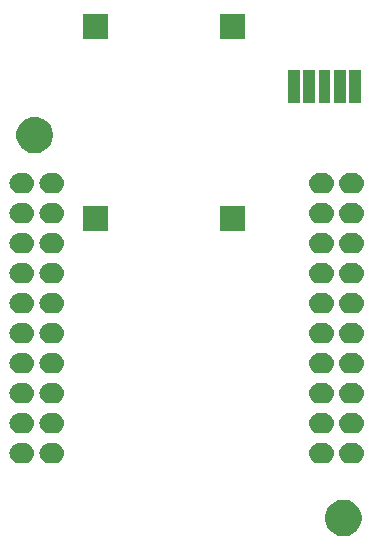
<source format=gbr>
G04 #@! TF.GenerationSoftware,KiCad,Pcbnew,5.1.5*
G04 #@! TF.CreationDate,2020-01-04T22:35:37-05:00*
G04 #@! TF.ProjectId,canairio_hw_pms,63616e61-6972-4696-9f5f-68775f706d73,rev?*
G04 #@! TF.SameCoordinates,PX4c1a6c0PY7ce98a0*
G04 #@! TF.FileFunction,Soldermask,Top*
G04 #@! TF.FilePolarity,Negative*
%FSLAX46Y46*%
G04 Gerber Fmt 4.6, Leading zero omitted, Abs format (unit mm)*
G04 Created by KiCad (PCBNEW 5.1.5) date 2020-01-04 22:35:37*
%MOMM*%
%LPD*%
G04 APERTURE LIST*
%ADD10C,0.100000*%
G04 APERTURE END LIST*
D10*
G36*
X32903785Y7301298D02*
G01*
X33053610Y7271496D01*
X33335874Y7154579D01*
X33589905Y6984841D01*
X33805941Y6768805D01*
X33975679Y6514774D01*
X34092596Y6232510D01*
X34152200Y5932860D01*
X34152200Y5627340D01*
X34092596Y5327690D01*
X33975679Y5045426D01*
X33805941Y4791395D01*
X33589905Y4575359D01*
X33335874Y4405621D01*
X33053610Y4288704D01*
X32903785Y4258902D01*
X32753961Y4229100D01*
X32448439Y4229100D01*
X32298615Y4258902D01*
X32148790Y4288704D01*
X31866526Y4405621D01*
X31612495Y4575359D01*
X31396459Y4791395D01*
X31226721Y5045426D01*
X31109804Y5327690D01*
X31050200Y5627340D01*
X31050200Y5932860D01*
X31109804Y6232510D01*
X31226721Y6514774D01*
X31396459Y6768805D01*
X31612495Y6984841D01*
X31866526Y7154579D01*
X32148790Y7271496D01*
X32298615Y7301298D01*
X32448439Y7331100D01*
X32753961Y7331100D01*
X32903785Y7301298D01*
G37*
G36*
X33584936Y12104593D02*
G01*
X33668343Y12096378D01*
X33828870Y12047682D01*
X33976813Y11968605D01*
X34010592Y11940883D01*
X34106486Y11862186D01*
X34185183Y11766292D01*
X34212905Y11732513D01*
X34291982Y11584570D01*
X34340678Y11424043D01*
X34357120Y11257100D01*
X34340678Y11090157D01*
X34291982Y10929630D01*
X34212905Y10781687D01*
X34185183Y10747908D01*
X34106486Y10652014D01*
X34010592Y10573317D01*
X33976813Y10545595D01*
X33828870Y10466518D01*
X33668343Y10417822D01*
X33584936Y10409607D01*
X33543233Y10405500D01*
X33079967Y10405500D01*
X33038264Y10409607D01*
X32954857Y10417822D01*
X32794330Y10466518D01*
X32646387Y10545595D01*
X32612608Y10573317D01*
X32516714Y10652014D01*
X32438017Y10747908D01*
X32410295Y10781687D01*
X32331218Y10929630D01*
X32282522Y11090157D01*
X32266080Y11257100D01*
X32282522Y11424043D01*
X32331218Y11584570D01*
X32410295Y11732513D01*
X32438017Y11766292D01*
X32516714Y11862186D01*
X32612608Y11940883D01*
X32646387Y11968605D01*
X32794330Y12047682D01*
X32954857Y12096378D01*
X33038264Y12104593D01*
X33079967Y12108700D01*
X33543233Y12108700D01*
X33584936Y12104593D01*
G37*
G36*
X31044936Y12104593D02*
G01*
X31128343Y12096378D01*
X31288870Y12047682D01*
X31436813Y11968605D01*
X31470592Y11940883D01*
X31566486Y11862186D01*
X31645183Y11766292D01*
X31672905Y11732513D01*
X31751982Y11584570D01*
X31800678Y11424043D01*
X31817120Y11257100D01*
X31800678Y11090157D01*
X31751982Y10929630D01*
X31672905Y10781687D01*
X31645183Y10747908D01*
X31566486Y10652014D01*
X31470592Y10573317D01*
X31436813Y10545595D01*
X31288870Y10466518D01*
X31128343Y10417822D01*
X31044936Y10409607D01*
X31003233Y10405500D01*
X30539967Y10405500D01*
X30498264Y10409607D01*
X30414857Y10417822D01*
X30254330Y10466518D01*
X30106387Y10545595D01*
X30072608Y10573317D01*
X29976714Y10652014D01*
X29898017Y10747908D01*
X29870295Y10781687D01*
X29791218Y10929630D01*
X29742522Y11090157D01*
X29726080Y11257100D01*
X29742522Y11424043D01*
X29791218Y11584570D01*
X29870295Y11732513D01*
X29898017Y11766292D01*
X29976714Y11862186D01*
X30072608Y11940883D01*
X30106387Y11968605D01*
X30254330Y12047682D01*
X30414857Y12096378D01*
X30498264Y12104593D01*
X30539967Y12108700D01*
X31003233Y12108700D01*
X31044936Y12104593D01*
G37*
G36*
X8204936Y12104593D02*
G01*
X8288343Y12096378D01*
X8448870Y12047682D01*
X8596813Y11968605D01*
X8630592Y11940883D01*
X8726486Y11862186D01*
X8805183Y11766292D01*
X8832905Y11732513D01*
X8911982Y11584570D01*
X8960678Y11424043D01*
X8977120Y11257100D01*
X8960678Y11090157D01*
X8911982Y10929630D01*
X8832905Y10781687D01*
X8805183Y10747908D01*
X8726486Y10652014D01*
X8630592Y10573317D01*
X8596813Y10545595D01*
X8448870Y10466518D01*
X8288343Y10417822D01*
X8204936Y10409607D01*
X8163233Y10405500D01*
X7699967Y10405500D01*
X7658264Y10409607D01*
X7574857Y10417822D01*
X7414330Y10466518D01*
X7266387Y10545595D01*
X7232608Y10573317D01*
X7136714Y10652014D01*
X7058017Y10747908D01*
X7030295Y10781687D01*
X6951218Y10929630D01*
X6902522Y11090157D01*
X6886080Y11257100D01*
X6902522Y11424043D01*
X6951218Y11584570D01*
X7030295Y11732513D01*
X7058017Y11766292D01*
X7136714Y11862186D01*
X7232608Y11940883D01*
X7266387Y11968605D01*
X7414330Y12047682D01*
X7574857Y12096378D01*
X7658264Y12104593D01*
X7699967Y12108700D01*
X8163233Y12108700D01*
X8204936Y12104593D01*
G37*
G36*
X5664936Y12104593D02*
G01*
X5748343Y12096378D01*
X5908870Y12047682D01*
X6056813Y11968605D01*
X6090592Y11940883D01*
X6186486Y11862186D01*
X6265183Y11766292D01*
X6292905Y11732513D01*
X6371982Y11584570D01*
X6420678Y11424043D01*
X6437120Y11257100D01*
X6420678Y11090157D01*
X6371982Y10929630D01*
X6292905Y10781687D01*
X6265183Y10747908D01*
X6186486Y10652014D01*
X6090592Y10573317D01*
X6056813Y10545595D01*
X5908870Y10466518D01*
X5748343Y10417822D01*
X5664936Y10409607D01*
X5623233Y10405500D01*
X5159967Y10405500D01*
X5118264Y10409607D01*
X5034857Y10417822D01*
X4874330Y10466518D01*
X4726387Y10545595D01*
X4692608Y10573317D01*
X4596714Y10652014D01*
X4518017Y10747908D01*
X4490295Y10781687D01*
X4411218Y10929630D01*
X4362522Y11090157D01*
X4346080Y11257100D01*
X4362522Y11424043D01*
X4411218Y11584570D01*
X4490295Y11732513D01*
X4518017Y11766292D01*
X4596714Y11862186D01*
X4692608Y11940883D01*
X4726387Y11968605D01*
X4874330Y12047682D01*
X5034857Y12096378D01*
X5118264Y12104593D01*
X5159967Y12108700D01*
X5623233Y12108700D01*
X5664936Y12104593D01*
G37*
G36*
X8204936Y14644593D02*
G01*
X8288343Y14636378D01*
X8448870Y14587682D01*
X8596813Y14508605D01*
X8630592Y14480883D01*
X8726486Y14402186D01*
X8805183Y14306292D01*
X8832905Y14272513D01*
X8911982Y14124570D01*
X8960678Y13964043D01*
X8977120Y13797100D01*
X8960678Y13630157D01*
X8911982Y13469630D01*
X8832905Y13321687D01*
X8805183Y13287908D01*
X8726486Y13192014D01*
X8630592Y13113317D01*
X8596813Y13085595D01*
X8448870Y13006518D01*
X8288343Y12957822D01*
X8204936Y12949607D01*
X8163233Y12945500D01*
X7699967Y12945500D01*
X7658264Y12949607D01*
X7574857Y12957822D01*
X7414330Y13006518D01*
X7266387Y13085595D01*
X7232608Y13113317D01*
X7136714Y13192014D01*
X7058017Y13287908D01*
X7030295Y13321687D01*
X6951218Y13469630D01*
X6902522Y13630157D01*
X6886080Y13797100D01*
X6902522Y13964043D01*
X6951218Y14124570D01*
X7030295Y14272513D01*
X7058017Y14306292D01*
X7136714Y14402186D01*
X7232608Y14480883D01*
X7266387Y14508605D01*
X7414330Y14587682D01*
X7574857Y14636378D01*
X7658264Y14644593D01*
X7699967Y14648700D01*
X8163233Y14648700D01*
X8204936Y14644593D01*
G37*
G36*
X5664936Y14644593D02*
G01*
X5748343Y14636378D01*
X5908870Y14587682D01*
X6056813Y14508605D01*
X6090592Y14480883D01*
X6186486Y14402186D01*
X6265183Y14306292D01*
X6292905Y14272513D01*
X6371982Y14124570D01*
X6420678Y13964043D01*
X6437120Y13797100D01*
X6420678Y13630157D01*
X6371982Y13469630D01*
X6292905Y13321687D01*
X6265183Y13287908D01*
X6186486Y13192014D01*
X6090592Y13113317D01*
X6056813Y13085595D01*
X5908870Y13006518D01*
X5748343Y12957822D01*
X5664936Y12949607D01*
X5623233Y12945500D01*
X5159967Y12945500D01*
X5118264Y12949607D01*
X5034857Y12957822D01*
X4874330Y13006518D01*
X4726387Y13085595D01*
X4692608Y13113317D01*
X4596714Y13192014D01*
X4518017Y13287908D01*
X4490295Y13321687D01*
X4411218Y13469630D01*
X4362522Y13630157D01*
X4346080Y13797100D01*
X4362522Y13964043D01*
X4411218Y14124570D01*
X4490295Y14272513D01*
X4518017Y14306292D01*
X4596714Y14402186D01*
X4692608Y14480883D01*
X4726387Y14508605D01*
X4874330Y14587682D01*
X5034857Y14636378D01*
X5118264Y14644593D01*
X5159967Y14648700D01*
X5623233Y14648700D01*
X5664936Y14644593D01*
G37*
G36*
X31044936Y14644593D02*
G01*
X31128343Y14636378D01*
X31288870Y14587682D01*
X31436813Y14508605D01*
X31470592Y14480883D01*
X31566486Y14402186D01*
X31645183Y14306292D01*
X31672905Y14272513D01*
X31751982Y14124570D01*
X31800678Y13964043D01*
X31817120Y13797100D01*
X31800678Y13630157D01*
X31751982Y13469630D01*
X31672905Y13321687D01*
X31645183Y13287908D01*
X31566486Y13192014D01*
X31470592Y13113317D01*
X31436813Y13085595D01*
X31288870Y13006518D01*
X31128343Y12957822D01*
X31044936Y12949607D01*
X31003233Y12945500D01*
X30539967Y12945500D01*
X30498264Y12949607D01*
X30414857Y12957822D01*
X30254330Y13006518D01*
X30106387Y13085595D01*
X30072608Y13113317D01*
X29976714Y13192014D01*
X29898017Y13287908D01*
X29870295Y13321687D01*
X29791218Y13469630D01*
X29742522Y13630157D01*
X29726080Y13797100D01*
X29742522Y13964043D01*
X29791218Y14124570D01*
X29870295Y14272513D01*
X29898017Y14306292D01*
X29976714Y14402186D01*
X30072608Y14480883D01*
X30106387Y14508605D01*
X30254330Y14587682D01*
X30414857Y14636378D01*
X30498264Y14644593D01*
X30539967Y14648700D01*
X31003233Y14648700D01*
X31044936Y14644593D01*
G37*
G36*
X33584936Y14644593D02*
G01*
X33668343Y14636378D01*
X33828870Y14587682D01*
X33976813Y14508605D01*
X34010592Y14480883D01*
X34106486Y14402186D01*
X34185183Y14306292D01*
X34212905Y14272513D01*
X34291982Y14124570D01*
X34340678Y13964043D01*
X34357120Y13797100D01*
X34340678Y13630157D01*
X34291982Y13469630D01*
X34212905Y13321687D01*
X34185183Y13287908D01*
X34106486Y13192014D01*
X34010592Y13113317D01*
X33976813Y13085595D01*
X33828870Y13006518D01*
X33668343Y12957822D01*
X33584936Y12949607D01*
X33543233Y12945500D01*
X33079967Y12945500D01*
X33038264Y12949607D01*
X32954857Y12957822D01*
X32794330Y13006518D01*
X32646387Y13085595D01*
X32612608Y13113317D01*
X32516714Y13192014D01*
X32438017Y13287908D01*
X32410295Y13321687D01*
X32331218Y13469630D01*
X32282522Y13630157D01*
X32266080Y13797100D01*
X32282522Y13964043D01*
X32331218Y14124570D01*
X32410295Y14272513D01*
X32438017Y14306292D01*
X32516714Y14402186D01*
X32612608Y14480883D01*
X32646387Y14508605D01*
X32794330Y14587682D01*
X32954857Y14636378D01*
X33038264Y14644593D01*
X33079967Y14648700D01*
X33543233Y14648700D01*
X33584936Y14644593D01*
G37*
G36*
X8204936Y17184593D02*
G01*
X8288343Y17176378D01*
X8448870Y17127682D01*
X8596813Y17048605D01*
X8630592Y17020883D01*
X8726486Y16942186D01*
X8805183Y16846292D01*
X8832905Y16812513D01*
X8911982Y16664570D01*
X8960678Y16504043D01*
X8977120Y16337100D01*
X8960678Y16170157D01*
X8911982Y16009630D01*
X8832905Y15861687D01*
X8805183Y15827908D01*
X8726486Y15732014D01*
X8630592Y15653317D01*
X8596813Y15625595D01*
X8448870Y15546518D01*
X8288343Y15497822D01*
X8204936Y15489607D01*
X8163233Y15485500D01*
X7699967Y15485500D01*
X7658264Y15489607D01*
X7574857Y15497822D01*
X7414330Y15546518D01*
X7266387Y15625595D01*
X7232608Y15653317D01*
X7136714Y15732014D01*
X7058017Y15827908D01*
X7030295Y15861687D01*
X6951218Y16009630D01*
X6902522Y16170157D01*
X6886080Y16337100D01*
X6902522Y16504043D01*
X6951218Y16664570D01*
X7030295Y16812513D01*
X7058017Y16846292D01*
X7136714Y16942186D01*
X7232608Y17020883D01*
X7266387Y17048605D01*
X7414330Y17127682D01*
X7574857Y17176378D01*
X7658264Y17184593D01*
X7699967Y17188700D01*
X8163233Y17188700D01*
X8204936Y17184593D01*
G37*
G36*
X5664936Y17184593D02*
G01*
X5748343Y17176378D01*
X5908870Y17127682D01*
X6056813Y17048605D01*
X6090592Y17020883D01*
X6186486Y16942186D01*
X6265183Y16846292D01*
X6292905Y16812513D01*
X6371982Y16664570D01*
X6420678Y16504043D01*
X6437120Y16337100D01*
X6420678Y16170157D01*
X6371982Y16009630D01*
X6292905Y15861687D01*
X6265183Y15827908D01*
X6186486Y15732014D01*
X6090592Y15653317D01*
X6056813Y15625595D01*
X5908870Y15546518D01*
X5748343Y15497822D01*
X5664936Y15489607D01*
X5623233Y15485500D01*
X5159967Y15485500D01*
X5118264Y15489607D01*
X5034857Y15497822D01*
X4874330Y15546518D01*
X4726387Y15625595D01*
X4692608Y15653317D01*
X4596714Y15732014D01*
X4518017Y15827908D01*
X4490295Y15861687D01*
X4411218Y16009630D01*
X4362522Y16170157D01*
X4346080Y16337100D01*
X4362522Y16504043D01*
X4411218Y16664570D01*
X4490295Y16812513D01*
X4518017Y16846292D01*
X4596714Y16942186D01*
X4692608Y17020883D01*
X4726387Y17048605D01*
X4874330Y17127682D01*
X5034857Y17176378D01*
X5118264Y17184593D01*
X5159967Y17188700D01*
X5623233Y17188700D01*
X5664936Y17184593D01*
G37*
G36*
X31044936Y17184593D02*
G01*
X31128343Y17176378D01*
X31288870Y17127682D01*
X31436813Y17048605D01*
X31470592Y17020883D01*
X31566486Y16942186D01*
X31645183Y16846292D01*
X31672905Y16812513D01*
X31751982Y16664570D01*
X31800678Y16504043D01*
X31817120Y16337100D01*
X31800678Y16170157D01*
X31751982Y16009630D01*
X31672905Y15861687D01*
X31645183Y15827908D01*
X31566486Y15732014D01*
X31470592Y15653317D01*
X31436813Y15625595D01*
X31288870Y15546518D01*
X31128343Y15497822D01*
X31044936Y15489607D01*
X31003233Y15485500D01*
X30539967Y15485500D01*
X30498264Y15489607D01*
X30414857Y15497822D01*
X30254330Y15546518D01*
X30106387Y15625595D01*
X30072608Y15653317D01*
X29976714Y15732014D01*
X29898017Y15827908D01*
X29870295Y15861687D01*
X29791218Y16009630D01*
X29742522Y16170157D01*
X29726080Y16337100D01*
X29742522Y16504043D01*
X29791218Y16664570D01*
X29870295Y16812513D01*
X29898017Y16846292D01*
X29976714Y16942186D01*
X30072608Y17020883D01*
X30106387Y17048605D01*
X30254330Y17127682D01*
X30414857Y17176378D01*
X30498264Y17184593D01*
X30539967Y17188700D01*
X31003233Y17188700D01*
X31044936Y17184593D01*
G37*
G36*
X33584936Y17184593D02*
G01*
X33668343Y17176378D01*
X33828870Y17127682D01*
X33976813Y17048605D01*
X34010592Y17020883D01*
X34106486Y16942186D01*
X34185183Y16846292D01*
X34212905Y16812513D01*
X34291982Y16664570D01*
X34340678Y16504043D01*
X34357120Y16337100D01*
X34340678Y16170157D01*
X34291982Y16009630D01*
X34212905Y15861687D01*
X34185183Y15827908D01*
X34106486Y15732014D01*
X34010592Y15653317D01*
X33976813Y15625595D01*
X33828870Y15546518D01*
X33668343Y15497822D01*
X33584936Y15489607D01*
X33543233Y15485500D01*
X33079967Y15485500D01*
X33038264Y15489607D01*
X32954857Y15497822D01*
X32794330Y15546518D01*
X32646387Y15625595D01*
X32612608Y15653317D01*
X32516714Y15732014D01*
X32438017Y15827908D01*
X32410295Y15861687D01*
X32331218Y16009630D01*
X32282522Y16170157D01*
X32266080Y16337100D01*
X32282522Y16504043D01*
X32331218Y16664570D01*
X32410295Y16812513D01*
X32438017Y16846292D01*
X32516714Y16942186D01*
X32612608Y17020883D01*
X32646387Y17048605D01*
X32794330Y17127682D01*
X32954857Y17176378D01*
X33038264Y17184593D01*
X33079967Y17188700D01*
X33543233Y17188700D01*
X33584936Y17184593D01*
G37*
G36*
X31044936Y19724593D02*
G01*
X31128343Y19716378D01*
X31288870Y19667682D01*
X31436813Y19588605D01*
X31470592Y19560883D01*
X31566486Y19482186D01*
X31645183Y19386292D01*
X31672905Y19352513D01*
X31751982Y19204570D01*
X31800678Y19044043D01*
X31817120Y18877100D01*
X31800678Y18710157D01*
X31751982Y18549630D01*
X31672905Y18401687D01*
X31645183Y18367908D01*
X31566486Y18272014D01*
X31470592Y18193317D01*
X31436813Y18165595D01*
X31288870Y18086518D01*
X31128343Y18037822D01*
X31044936Y18029607D01*
X31003233Y18025500D01*
X30539967Y18025500D01*
X30498264Y18029607D01*
X30414857Y18037822D01*
X30254330Y18086518D01*
X30106387Y18165595D01*
X30072608Y18193317D01*
X29976714Y18272014D01*
X29898017Y18367908D01*
X29870295Y18401687D01*
X29791218Y18549630D01*
X29742522Y18710157D01*
X29726080Y18877100D01*
X29742522Y19044043D01*
X29791218Y19204570D01*
X29870295Y19352513D01*
X29898017Y19386292D01*
X29976714Y19482186D01*
X30072608Y19560883D01*
X30106387Y19588605D01*
X30254330Y19667682D01*
X30414857Y19716378D01*
X30498264Y19724593D01*
X30539967Y19728700D01*
X31003233Y19728700D01*
X31044936Y19724593D01*
G37*
G36*
X33584936Y19724593D02*
G01*
X33668343Y19716378D01*
X33828870Y19667682D01*
X33976813Y19588605D01*
X34010592Y19560883D01*
X34106486Y19482186D01*
X34185183Y19386292D01*
X34212905Y19352513D01*
X34291982Y19204570D01*
X34340678Y19044043D01*
X34357120Y18877100D01*
X34340678Y18710157D01*
X34291982Y18549630D01*
X34212905Y18401687D01*
X34185183Y18367908D01*
X34106486Y18272014D01*
X34010592Y18193317D01*
X33976813Y18165595D01*
X33828870Y18086518D01*
X33668343Y18037822D01*
X33584936Y18029607D01*
X33543233Y18025500D01*
X33079967Y18025500D01*
X33038264Y18029607D01*
X32954857Y18037822D01*
X32794330Y18086518D01*
X32646387Y18165595D01*
X32612608Y18193317D01*
X32516714Y18272014D01*
X32438017Y18367908D01*
X32410295Y18401687D01*
X32331218Y18549630D01*
X32282522Y18710157D01*
X32266080Y18877100D01*
X32282522Y19044043D01*
X32331218Y19204570D01*
X32410295Y19352513D01*
X32438017Y19386292D01*
X32516714Y19482186D01*
X32612608Y19560883D01*
X32646387Y19588605D01*
X32794330Y19667682D01*
X32954857Y19716378D01*
X33038264Y19724593D01*
X33079967Y19728700D01*
X33543233Y19728700D01*
X33584936Y19724593D01*
G37*
G36*
X5664936Y19724593D02*
G01*
X5748343Y19716378D01*
X5908870Y19667682D01*
X6056813Y19588605D01*
X6090592Y19560883D01*
X6186486Y19482186D01*
X6265183Y19386292D01*
X6292905Y19352513D01*
X6371982Y19204570D01*
X6420678Y19044043D01*
X6437120Y18877100D01*
X6420678Y18710157D01*
X6371982Y18549630D01*
X6292905Y18401687D01*
X6265183Y18367908D01*
X6186486Y18272014D01*
X6090592Y18193317D01*
X6056813Y18165595D01*
X5908870Y18086518D01*
X5748343Y18037822D01*
X5664936Y18029607D01*
X5623233Y18025500D01*
X5159967Y18025500D01*
X5118264Y18029607D01*
X5034857Y18037822D01*
X4874330Y18086518D01*
X4726387Y18165595D01*
X4692608Y18193317D01*
X4596714Y18272014D01*
X4518017Y18367908D01*
X4490295Y18401687D01*
X4411218Y18549630D01*
X4362522Y18710157D01*
X4346080Y18877100D01*
X4362522Y19044043D01*
X4411218Y19204570D01*
X4490295Y19352513D01*
X4518017Y19386292D01*
X4596714Y19482186D01*
X4692608Y19560883D01*
X4726387Y19588605D01*
X4874330Y19667682D01*
X5034857Y19716378D01*
X5118264Y19724593D01*
X5159967Y19728700D01*
X5623233Y19728700D01*
X5664936Y19724593D01*
G37*
G36*
X8204936Y19724593D02*
G01*
X8288343Y19716378D01*
X8448870Y19667682D01*
X8596813Y19588605D01*
X8630592Y19560883D01*
X8726486Y19482186D01*
X8805183Y19386292D01*
X8832905Y19352513D01*
X8911982Y19204570D01*
X8960678Y19044043D01*
X8977120Y18877100D01*
X8960678Y18710157D01*
X8911982Y18549630D01*
X8832905Y18401687D01*
X8805183Y18367908D01*
X8726486Y18272014D01*
X8630592Y18193317D01*
X8596813Y18165595D01*
X8448870Y18086518D01*
X8288343Y18037822D01*
X8204936Y18029607D01*
X8163233Y18025500D01*
X7699967Y18025500D01*
X7658264Y18029607D01*
X7574857Y18037822D01*
X7414330Y18086518D01*
X7266387Y18165595D01*
X7232608Y18193317D01*
X7136714Y18272014D01*
X7058017Y18367908D01*
X7030295Y18401687D01*
X6951218Y18549630D01*
X6902522Y18710157D01*
X6886080Y18877100D01*
X6902522Y19044043D01*
X6951218Y19204570D01*
X7030295Y19352513D01*
X7058017Y19386292D01*
X7136714Y19482186D01*
X7232608Y19560883D01*
X7266387Y19588605D01*
X7414330Y19667682D01*
X7574857Y19716378D01*
X7658264Y19724593D01*
X7699967Y19728700D01*
X8163233Y19728700D01*
X8204936Y19724593D01*
G37*
G36*
X31044936Y22264593D02*
G01*
X31128343Y22256378D01*
X31288870Y22207682D01*
X31436813Y22128605D01*
X31470592Y22100883D01*
X31566486Y22022186D01*
X31645183Y21926292D01*
X31672905Y21892513D01*
X31751982Y21744570D01*
X31800678Y21584043D01*
X31817120Y21417100D01*
X31800678Y21250157D01*
X31751982Y21089630D01*
X31672905Y20941687D01*
X31645183Y20907908D01*
X31566486Y20812014D01*
X31470592Y20733317D01*
X31436813Y20705595D01*
X31288870Y20626518D01*
X31128343Y20577822D01*
X31044936Y20569607D01*
X31003233Y20565500D01*
X30539967Y20565500D01*
X30498264Y20569607D01*
X30414857Y20577822D01*
X30254330Y20626518D01*
X30106387Y20705595D01*
X30072608Y20733317D01*
X29976714Y20812014D01*
X29898017Y20907908D01*
X29870295Y20941687D01*
X29791218Y21089630D01*
X29742522Y21250157D01*
X29726080Y21417100D01*
X29742522Y21584043D01*
X29791218Y21744570D01*
X29870295Y21892513D01*
X29898017Y21926292D01*
X29976714Y22022186D01*
X30072608Y22100883D01*
X30106387Y22128605D01*
X30254330Y22207682D01*
X30414857Y22256378D01*
X30498264Y22264593D01*
X30539967Y22268700D01*
X31003233Y22268700D01*
X31044936Y22264593D01*
G37*
G36*
X8204936Y22264593D02*
G01*
X8288343Y22256378D01*
X8448870Y22207682D01*
X8596813Y22128605D01*
X8630592Y22100883D01*
X8726486Y22022186D01*
X8805183Y21926292D01*
X8832905Y21892513D01*
X8911982Y21744570D01*
X8960678Y21584043D01*
X8977120Y21417100D01*
X8960678Y21250157D01*
X8911982Y21089630D01*
X8832905Y20941687D01*
X8805183Y20907908D01*
X8726486Y20812014D01*
X8630592Y20733317D01*
X8596813Y20705595D01*
X8448870Y20626518D01*
X8288343Y20577822D01*
X8204936Y20569607D01*
X8163233Y20565500D01*
X7699967Y20565500D01*
X7658264Y20569607D01*
X7574857Y20577822D01*
X7414330Y20626518D01*
X7266387Y20705595D01*
X7232608Y20733317D01*
X7136714Y20812014D01*
X7058017Y20907908D01*
X7030295Y20941687D01*
X6951218Y21089630D01*
X6902522Y21250157D01*
X6886080Y21417100D01*
X6902522Y21584043D01*
X6951218Y21744570D01*
X7030295Y21892513D01*
X7058017Y21926292D01*
X7136714Y22022186D01*
X7232608Y22100883D01*
X7266387Y22128605D01*
X7414330Y22207682D01*
X7574857Y22256378D01*
X7658264Y22264593D01*
X7699967Y22268700D01*
X8163233Y22268700D01*
X8204936Y22264593D01*
G37*
G36*
X33584936Y22264593D02*
G01*
X33668343Y22256378D01*
X33828870Y22207682D01*
X33976813Y22128605D01*
X34010592Y22100883D01*
X34106486Y22022186D01*
X34185183Y21926292D01*
X34212905Y21892513D01*
X34291982Y21744570D01*
X34340678Y21584043D01*
X34357120Y21417100D01*
X34340678Y21250157D01*
X34291982Y21089630D01*
X34212905Y20941687D01*
X34185183Y20907908D01*
X34106486Y20812014D01*
X34010592Y20733317D01*
X33976813Y20705595D01*
X33828870Y20626518D01*
X33668343Y20577822D01*
X33584936Y20569607D01*
X33543233Y20565500D01*
X33079967Y20565500D01*
X33038264Y20569607D01*
X32954857Y20577822D01*
X32794330Y20626518D01*
X32646387Y20705595D01*
X32612608Y20733317D01*
X32516714Y20812014D01*
X32438017Y20907908D01*
X32410295Y20941687D01*
X32331218Y21089630D01*
X32282522Y21250157D01*
X32266080Y21417100D01*
X32282522Y21584043D01*
X32331218Y21744570D01*
X32410295Y21892513D01*
X32438017Y21926292D01*
X32516714Y22022186D01*
X32612608Y22100883D01*
X32646387Y22128605D01*
X32794330Y22207682D01*
X32954857Y22256378D01*
X33038264Y22264593D01*
X33079967Y22268700D01*
X33543233Y22268700D01*
X33584936Y22264593D01*
G37*
G36*
X5664936Y22264593D02*
G01*
X5748343Y22256378D01*
X5908870Y22207682D01*
X6056813Y22128605D01*
X6090592Y22100883D01*
X6186486Y22022186D01*
X6265183Y21926292D01*
X6292905Y21892513D01*
X6371982Y21744570D01*
X6420678Y21584043D01*
X6437120Y21417100D01*
X6420678Y21250157D01*
X6371982Y21089630D01*
X6292905Y20941687D01*
X6265183Y20907908D01*
X6186486Y20812014D01*
X6090592Y20733317D01*
X6056813Y20705595D01*
X5908870Y20626518D01*
X5748343Y20577822D01*
X5664936Y20569607D01*
X5623233Y20565500D01*
X5159967Y20565500D01*
X5118264Y20569607D01*
X5034857Y20577822D01*
X4874330Y20626518D01*
X4726387Y20705595D01*
X4692608Y20733317D01*
X4596714Y20812014D01*
X4518017Y20907908D01*
X4490295Y20941687D01*
X4411218Y21089630D01*
X4362522Y21250157D01*
X4346080Y21417100D01*
X4362522Y21584043D01*
X4411218Y21744570D01*
X4490295Y21892513D01*
X4518017Y21926292D01*
X4596714Y22022186D01*
X4692608Y22100883D01*
X4726387Y22128605D01*
X4874330Y22207682D01*
X5034857Y22256378D01*
X5118264Y22264593D01*
X5159967Y22268700D01*
X5623233Y22268700D01*
X5664936Y22264593D01*
G37*
G36*
X8204936Y24804593D02*
G01*
X8288343Y24796378D01*
X8448870Y24747682D01*
X8596813Y24668605D01*
X8630592Y24640883D01*
X8726486Y24562186D01*
X8805183Y24466292D01*
X8832905Y24432513D01*
X8911982Y24284570D01*
X8960678Y24124043D01*
X8977120Y23957100D01*
X8960678Y23790157D01*
X8911982Y23629630D01*
X8832905Y23481687D01*
X8805183Y23447908D01*
X8726486Y23352014D01*
X8630592Y23273317D01*
X8596813Y23245595D01*
X8448870Y23166518D01*
X8288343Y23117822D01*
X8204936Y23109607D01*
X8163233Y23105500D01*
X7699967Y23105500D01*
X7658264Y23109607D01*
X7574857Y23117822D01*
X7414330Y23166518D01*
X7266387Y23245595D01*
X7232608Y23273317D01*
X7136714Y23352014D01*
X7058017Y23447908D01*
X7030295Y23481687D01*
X6951218Y23629630D01*
X6902522Y23790157D01*
X6886080Y23957100D01*
X6902522Y24124043D01*
X6951218Y24284570D01*
X7030295Y24432513D01*
X7058017Y24466292D01*
X7136714Y24562186D01*
X7232608Y24640883D01*
X7266387Y24668605D01*
X7414330Y24747682D01*
X7574857Y24796378D01*
X7658264Y24804593D01*
X7699967Y24808700D01*
X8163233Y24808700D01*
X8204936Y24804593D01*
G37*
G36*
X33584936Y24804593D02*
G01*
X33668343Y24796378D01*
X33828870Y24747682D01*
X33976813Y24668605D01*
X34010592Y24640883D01*
X34106486Y24562186D01*
X34185183Y24466292D01*
X34212905Y24432513D01*
X34291982Y24284570D01*
X34340678Y24124043D01*
X34357120Y23957100D01*
X34340678Y23790157D01*
X34291982Y23629630D01*
X34212905Y23481687D01*
X34185183Y23447908D01*
X34106486Y23352014D01*
X34010592Y23273317D01*
X33976813Y23245595D01*
X33828870Y23166518D01*
X33668343Y23117822D01*
X33584936Y23109607D01*
X33543233Y23105500D01*
X33079967Y23105500D01*
X33038264Y23109607D01*
X32954857Y23117822D01*
X32794330Y23166518D01*
X32646387Y23245595D01*
X32612608Y23273317D01*
X32516714Y23352014D01*
X32438017Y23447908D01*
X32410295Y23481687D01*
X32331218Y23629630D01*
X32282522Y23790157D01*
X32266080Y23957100D01*
X32282522Y24124043D01*
X32331218Y24284570D01*
X32410295Y24432513D01*
X32438017Y24466292D01*
X32516714Y24562186D01*
X32612608Y24640883D01*
X32646387Y24668605D01*
X32794330Y24747682D01*
X32954857Y24796378D01*
X33038264Y24804593D01*
X33079967Y24808700D01*
X33543233Y24808700D01*
X33584936Y24804593D01*
G37*
G36*
X31044936Y24804593D02*
G01*
X31128343Y24796378D01*
X31288870Y24747682D01*
X31436813Y24668605D01*
X31470592Y24640883D01*
X31566486Y24562186D01*
X31645183Y24466292D01*
X31672905Y24432513D01*
X31751982Y24284570D01*
X31800678Y24124043D01*
X31817120Y23957100D01*
X31800678Y23790157D01*
X31751982Y23629630D01*
X31672905Y23481687D01*
X31645183Y23447908D01*
X31566486Y23352014D01*
X31470592Y23273317D01*
X31436813Y23245595D01*
X31288870Y23166518D01*
X31128343Y23117822D01*
X31044936Y23109607D01*
X31003233Y23105500D01*
X30539967Y23105500D01*
X30498264Y23109607D01*
X30414857Y23117822D01*
X30254330Y23166518D01*
X30106387Y23245595D01*
X30072608Y23273317D01*
X29976714Y23352014D01*
X29898017Y23447908D01*
X29870295Y23481687D01*
X29791218Y23629630D01*
X29742522Y23790157D01*
X29726080Y23957100D01*
X29742522Y24124043D01*
X29791218Y24284570D01*
X29870295Y24432513D01*
X29898017Y24466292D01*
X29976714Y24562186D01*
X30072608Y24640883D01*
X30106387Y24668605D01*
X30254330Y24747682D01*
X30414857Y24796378D01*
X30498264Y24804593D01*
X30539967Y24808700D01*
X31003233Y24808700D01*
X31044936Y24804593D01*
G37*
G36*
X5664936Y24804593D02*
G01*
X5748343Y24796378D01*
X5908870Y24747682D01*
X6056813Y24668605D01*
X6090592Y24640883D01*
X6186486Y24562186D01*
X6265183Y24466292D01*
X6292905Y24432513D01*
X6371982Y24284570D01*
X6420678Y24124043D01*
X6437120Y23957100D01*
X6420678Y23790157D01*
X6371982Y23629630D01*
X6292905Y23481687D01*
X6265183Y23447908D01*
X6186486Y23352014D01*
X6090592Y23273317D01*
X6056813Y23245595D01*
X5908870Y23166518D01*
X5748343Y23117822D01*
X5664936Y23109607D01*
X5623233Y23105500D01*
X5159967Y23105500D01*
X5118264Y23109607D01*
X5034857Y23117822D01*
X4874330Y23166518D01*
X4726387Y23245595D01*
X4692608Y23273317D01*
X4596714Y23352014D01*
X4518017Y23447908D01*
X4490295Y23481687D01*
X4411218Y23629630D01*
X4362522Y23790157D01*
X4346080Y23957100D01*
X4362522Y24124043D01*
X4411218Y24284570D01*
X4490295Y24432513D01*
X4518017Y24466292D01*
X4596714Y24562186D01*
X4692608Y24640883D01*
X4726387Y24668605D01*
X4874330Y24747682D01*
X5034857Y24796378D01*
X5118264Y24804593D01*
X5159967Y24808700D01*
X5623233Y24808700D01*
X5664936Y24804593D01*
G37*
G36*
X33584936Y27344593D02*
G01*
X33668343Y27336378D01*
X33828870Y27287682D01*
X33976813Y27208605D01*
X34010592Y27180883D01*
X34106486Y27102186D01*
X34185183Y27006292D01*
X34212905Y26972513D01*
X34291982Y26824570D01*
X34340678Y26664043D01*
X34357120Y26497100D01*
X34340678Y26330157D01*
X34291982Y26169630D01*
X34212905Y26021687D01*
X34185183Y25987908D01*
X34106486Y25892014D01*
X34010592Y25813317D01*
X33976813Y25785595D01*
X33828870Y25706518D01*
X33668343Y25657822D01*
X33584936Y25649607D01*
X33543233Y25645500D01*
X33079967Y25645500D01*
X33038264Y25649607D01*
X32954857Y25657822D01*
X32794330Y25706518D01*
X32646387Y25785595D01*
X32612608Y25813317D01*
X32516714Y25892014D01*
X32438017Y25987908D01*
X32410295Y26021687D01*
X32331218Y26169630D01*
X32282522Y26330157D01*
X32266080Y26497100D01*
X32282522Y26664043D01*
X32331218Y26824570D01*
X32410295Y26972513D01*
X32438017Y27006292D01*
X32516714Y27102186D01*
X32612608Y27180883D01*
X32646387Y27208605D01*
X32794330Y27287682D01*
X32954857Y27336378D01*
X33038264Y27344593D01*
X33079967Y27348700D01*
X33543233Y27348700D01*
X33584936Y27344593D01*
G37*
G36*
X31044936Y27344593D02*
G01*
X31128343Y27336378D01*
X31288870Y27287682D01*
X31436813Y27208605D01*
X31470592Y27180883D01*
X31566486Y27102186D01*
X31645183Y27006292D01*
X31672905Y26972513D01*
X31751982Y26824570D01*
X31800678Y26664043D01*
X31817120Y26497100D01*
X31800678Y26330157D01*
X31751982Y26169630D01*
X31672905Y26021687D01*
X31645183Y25987908D01*
X31566486Y25892014D01*
X31470592Y25813317D01*
X31436813Y25785595D01*
X31288870Y25706518D01*
X31128343Y25657822D01*
X31044936Y25649607D01*
X31003233Y25645500D01*
X30539967Y25645500D01*
X30498264Y25649607D01*
X30414857Y25657822D01*
X30254330Y25706518D01*
X30106387Y25785595D01*
X30072608Y25813317D01*
X29976714Y25892014D01*
X29898017Y25987908D01*
X29870295Y26021687D01*
X29791218Y26169630D01*
X29742522Y26330157D01*
X29726080Y26497100D01*
X29742522Y26664043D01*
X29791218Y26824570D01*
X29870295Y26972513D01*
X29898017Y27006292D01*
X29976714Y27102186D01*
X30072608Y27180883D01*
X30106387Y27208605D01*
X30254330Y27287682D01*
X30414857Y27336378D01*
X30498264Y27344593D01*
X30539967Y27348700D01*
X31003233Y27348700D01*
X31044936Y27344593D01*
G37*
G36*
X5664936Y27344593D02*
G01*
X5748343Y27336378D01*
X5908870Y27287682D01*
X6056813Y27208605D01*
X6090592Y27180883D01*
X6186486Y27102186D01*
X6265183Y27006292D01*
X6292905Y26972513D01*
X6371982Y26824570D01*
X6420678Y26664043D01*
X6437120Y26497100D01*
X6420678Y26330157D01*
X6371982Y26169630D01*
X6292905Y26021687D01*
X6265183Y25987908D01*
X6186486Y25892014D01*
X6090592Y25813317D01*
X6056813Y25785595D01*
X5908870Y25706518D01*
X5748343Y25657822D01*
X5664936Y25649607D01*
X5623233Y25645500D01*
X5159967Y25645500D01*
X5118264Y25649607D01*
X5034857Y25657822D01*
X4874330Y25706518D01*
X4726387Y25785595D01*
X4692608Y25813317D01*
X4596714Y25892014D01*
X4518017Y25987908D01*
X4490295Y26021687D01*
X4411218Y26169630D01*
X4362522Y26330157D01*
X4346080Y26497100D01*
X4362522Y26664043D01*
X4411218Y26824570D01*
X4490295Y26972513D01*
X4518017Y27006292D01*
X4596714Y27102186D01*
X4692608Y27180883D01*
X4726387Y27208605D01*
X4874330Y27287682D01*
X5034857Y27336378D01*
X5118264Y27344593D01*
X5159967Y27348700D01*
X5623233Y27348700D01*
X5664936Y27344593D01*
G37*
G36*
X8204936Y27344593D02*
G01*
X8288343Y27336378D01*
X8448870Y27287682D01*
X8596813Y27208605D01*
X8630592Y27180883D01*
X8726486Y27102186D01*
X8805183Y27006292D01*
X8832905Y26972513D01*
X8911982Y26824570D01*
X8960678Y26664043D01*
X8977120Y26497100D01*
X8960678Y26330157D01*
X8911982Y26169630D01*
X8832905Y26021687D01*
X8805183Y25987908D01*
X8726486Y25892014D01*
X8630592Y25813317D01*
X8596813Y25785595D01*
X8448870Y25706518D01*
X8288343Y25657822D01*
X8204936Y25649607D01*
X8163233Y25645500D01*
X7699967Y25645500D01*
X7658264Y25649607D01*
X7574857Y25657822D01*
X7414330Y25706518D01*
X7266387Y25785595D01*
X7232608Y25813317D01*
X7136714Y25892014D01*
X7058017Y25987908D01*
X7030295Y26021687D01*
X6951218Y26169630D01*
X6902522Y26330157D01*
X6886080Y26497100D01*
X6902522Y26664043D01*
X6951218Y26824570D01*
X7030295Y26972513D01*
X7058017Y27006292D01*
X7136714Y27102186D01*
X7232608Y27180883D01*
X7266387Y27208605D01*
X7414330Y27287682D01*
X7574857Y27336378D01*
X7658264Y27344593D01*
X7699967Y27348700D01*
X8163233Y27348700D01*
X8204936Y27344593D01*
G37*
G36*
X5664936Y29884593D02*
G01*
X5748343Y29876378D01*
X5908870Y29827682D01*
X6056813Y29748605D01*
X6090592Y29720883D01*
X6186486Y29642186D01*
X6265183Y29546292D01*
X6292905Y29512513D01*
X6371982Y29364570D01*
X6420678Y29204043D01*
X6437120Y29037100D01*
X6420678Y28870157D01*
X6371982Y28709630D01*
X6292905Y28561687D01*
X6265183Y28527908D01*
X6186486Y28432014D01*
X6090592Y28353317D01*
X6056813Y28325595D01*
X5908870Y28246518D01*
X5748343Y28197822D01*
X5664936Y28189607D01*
X5623233Y28185500D01*
X5159967Y28185500D01*
X5118264Y28189607D01*
X5034857Y28197822D01*
X4874330Y28246518D01*
X4726387Y28325595D01*
X4692608Y28353317D01*
X4596714Y28432014D01*
X4518017Y28527908D01*
X4490295Y28561687D01*
X4411218Y28709630D01*
X4362522Y28870157D01*
X4346080Y29037100D01*
X4362522Y29204043D01*
X4411218Y29364570D01*
X4490295Y29512513D01*
X4518017Y29546292D01*
X4596714Y29642186D01*
X4692608Y29720883D01*
X4726387Y29748605D01*
X4874330Y29827682D01*
X5034857Y29876378D01*
X5118264Y29884593D01*
X5159967Y29888700D01*
X5623233Y29888700D01*
X5664936Y29884593D01*
G37*
G36*
X33584936Y29884593D02*
G01*
X33668343Y29876378D01*
X33828870Y29827682D01*
X33976813Y29748605D01*
X34010592Y29720883D01*
X34106486Y29642186D01*
X34185183Y29546292D01*
X34212905Y29512513D01*
X34291982Y29364570D01*
X34340678Y29204043D01*
X34357120Y29037100D01*
X34340678Y28870157D01*
X34291982Y28709630D01*
X34212905Y28561687D01*
X34185183Y28527908D01*
X34106486Y28432014D01*
X34010592Y28353317D01*
X33976813Y28325595D01*
X33828870Y28246518D01*
X33668343Y28197822D01*
X33584936Y28189607D01*
X33543233Y28185500D01*
X33079967Y28185500D01*
X33038264Y28189607D01*
X32954857Y28197822D01*
X32794330Y28246518D01*
X32646387Y28325595D01*
X32612608Y28353317D01*
X32516714Y28432014D01*
X32438017Y28527908D01*
X32410295Y28561687D01*
X32331218Y28709630D01*
X32282522Y28870157D01*
X32266080Y29037100D01*
X32282522Y29204043D01*
X32331218Y29364570D01*
X32410295Y29512513D01*
X32438017Y29546292D01*
X32516714Y29642186D01*
X32612608Y29720883D01*
X32646387Y29748605D01*
X32794330Y29827682D01*
X32954857Y29876378D01*
X33038264Y29884593D01*
X33079967Y29888700D01*
X33543233Y29888700D01*
X33584936Y29884593D01*
G37*
G36*
X8204936Y29884593D02*
G01*
X8288343Y29876378D01*
X8448870Y29827682D01*
X8596813Y29748605D01*
X8630592Y29720883D01*
X8726486Y29642186D01*
X8805183Y29546292D01*
X8832905Y29512513D01*
X8911982Y29364570D01*
X8960678Y29204043D01*
X8977120Y29037100D01*
X8960678Y28870157D01*
X8911982Y28709630D01*
X8832905Y28561687D01*
X8805183Y28527908D01*
X8726486Y28432014D01*
X8630592Y28353317D01*
X8596813Y28325595D01*
X8448870Y28246518D01*
X8288343Y28197822D01*
X8204936Y28189607D01*
X8163233Y28185500D01*
X7699967Y28185500D01*
X7658264Y28189607D01*
X7574857Y28197822D01*
X7414330Y28246518D01*
X7266387Y28325595D01*
X7232608Y28353317D01*
X7136714Y28432014D01*
X7058017Y28527908D01*
X7030295Y28561687D01*
X6951218Y28709630D01*
X6902522Y28870157D01*
X6886080Y29037100D01*
X6902522Y29204043D01*
X6951218Y29364570D01*
X7030295Y29512513D01*
X7058017Y29546292D01*
X7136714Y29642186D01*
X7232608Y29720883D01*
X7266387Y29748605D01*
X7414330Y29827682D01*
X7574857Y29876378D01*
X7658264Y29884593D01*
X7699967Y29888700D01*
X8163233Y29888700D01*
X8204936Y29884593D01*
G37*
G36*
X31044936Y29884593D02*
G01*
X31128343Y29876378D01*
X31288870Y29827682D01*
X31436813Y29748605D01*
X31470592Y29720883D01*
X31566486Y29642186D01*
X31645183Y29546292D01*
X31672905Y29512513D01*
X31751982Y29364570D01*
X31800678Y29204043D01*
X31817120Y29037100D01*
X31800678Y28870157D01*
X31751982Y28709630D01*
X31672905Y28561687D01*
X31645183Y28527908D01*
X31566486Y28432014D01*
X31470592Y28353317D01*
X31436813Y28325595D01*
X31288870Y28246518D01*
X31128343Y28197822D01*
X31044936Y28189607D01*
X31003233Y28185500D01*
X30539967Y28185500D01*
X30498264Y28189607D01*
X30414857Y28197822D01*
X30254330Y28246518D01*
X30106387Y28325595D01*
X30072608Y28353317D01*
X29976714Y28432014D01*
X29898017Y28527908D01*
X29870295Y28561687D01*
X29791218Y28709630D01*
X29742522Y28870157D01*
X29726080Y29037100D01*
X29742522Y29204043D01*
X29791218Y29364570D01*
X29870295Y29512513D01*
X29898017Y29546292D01*
X29976714Y29642186D01*
X30072608Y29720883D01*
X30106387Y29748605D01*
X30254330Y29827682D01*
X30414857Y29876378D01*
X30498264Y29884593D01*
X30539967Y29888700D01*
X31003233Y29888700D01*
X31044936Y29884593D01*
G37*
G36*
X24278300Y30063000D02*
G01*
X22176300Y30063000D01*
X22176300Y32165000D01*
X24278300Y32165000D01*
X24278300Y30063000D01*
G37*
G36*
X12678300Y30063000D02*
G01*
X10576300Y30063000D01*
X10576300Y32165000D01*
X12678300Y32165000D01*
X12678300Y30063000D01*
G37*
G36*
X8204936Y32424593D02*
G01*
X8288343Y32416378D01*
X8448870Y32367682D01*
X8596813Y32288605D01*
X8630592Y32260883D01*
X8726486Y32182186D01*
X8805183Y32086292D01*
X8832905Y32052513D01*
X8911982Y31904570D01*
X8960678Y31744043D01*
X8977120Y31577100D01*
X8960678Y31410157D01*
X8911982Y31249630D01*
X8832905Y31101687D01*
X8805183Y31067908D01*
X8726486Y30972014D01*
X8630592Y30893317D01*
X8596813Y30865595D01*
X8448870Y30786518D01*
X8288343Y30737822D01*
X8204936Y30729607D01*
X8163233Y30725500D01*
X7699967Y30725500D01*
X7658264Y30729607D01*
X7574857Y30737822D01*
X7414330Y30786518D01*
X7266387Y30865595D01*
X7232608Y30893317D01*
X7136714Y30972014D01*
X7058017Y31067908D01*
X7030295Y31101687D01*
X6951218Y31249630D01*
X6902522Y31410157D01*
X6886080Y31577100D01*
X6902522Y31744043D01*
X6951218Y31904570D01*
X7030295Y32052513D01*
X7058017Y32086292D01*
X7136714Y32182186D01*
X7232608Y32260883D01*
X7266387Y32288605D01*
X7414330Y32367682D01*
X7574857Y32416378D01*
X7658264Y32424593D01*
X7699967Y32428700D01*
X8163233Y32428700D01*
X8204936Y32424593D01*
G37*
G36*
X5664936Y32424593D02*
G01*
X5748343Y32416378D01*
X5908870Y32367682D01*
X6056813Y32288605D01*
X6090592Y32260883D01*
X6186486Y32182186D01*
X6265183Y32086292D01*
X6292905Y32052513D01*
X6371982Y31904570D01*
X6420678Y31744043D01*
X6437120Y31577100D01*
X6420678Y31410157D01*
X6371982Y31249630D01*
X6292905Y31101687D01*
X6265183Y31067908D01*
X6186486Y30972014D01*
X6090592Y30893317D01*
X6056813Y30865595D01*
X5908870Y30786518D01*
X5748343Y30737822D01*
X5664936Y30729607D01*
X5623233Y30725500D01*
X5159967Y30725500D01*
X5118264Y30729607D01*
X5034857Y30737822D01*
X4874330Y30786518D01*
X4726387Y30865595D01*
X4692608Y30893317D01*
X4596714Y30972014D01*
X4518017Y31067908D01*
X4490295Y31101687D01*
X4411218Y31249630D01*
X4362522Y31410157D01*
X4346080Y31577100D01*
X4362522Y31744043D01*
X4411218Y31904570D01*
X4490295Y32052513D01*
X4518017Y32086292D01*
X4596714Y32182186D01*
X4692608Y32260883D01*
X4726387Y32288605D01*
X4874330Y32367682D01*
X5034857Y32416378D01*
X5118264Y32424593D01*
X5159967Y32428700D01*
X5623233Y32428700D01*
X5664936Y32424593D01*
G37*
G36*
X31044936Y32424593D02*
G01*
X31128343Y32416378D01*
X31288870Y32367682D01*
X31436813Y32288605D01*
X31470592Y32260883D01*
X31566486Y32182186D01*
X31645183Y32086292D01*
X31672905Y32052513D01*
X31751982Y31904570D01*
X31800678Y31744043D01*
X31817120Y31577100D01*
X31800678Y31410157D01*
X31751982Y31249630D01*
X31672905Y31101687D01*
X31645183Y31067908D01*
X31566486Y30972014D01*
X31470592Y30893317D01*
X31436813Y30865595D01*
X31288870Y30786518D01*
X31128343Y30737822D01*
X31044936Y30729607D01*
X31003233Y30725500D01*
X30539967Y30725500D01*
X30498264Y30729607D01*
X30414857Y30737822D01*
X30254330Y30786518D01*
X30106387Y30865595D01*
X30072608Y30893317D01*
X29976714Y30972014D01*
X29898017Y31067908D01*
X29870295Y31101687D01*
X29791218Y31249630D01*
X29742522Y31410157D01*
X29726080Y31577100D01*
X29742522Y31744043D01*
X29791218Y31904570D01*
X29870295Y32052513D01*
X29898017Y32086292D01*
X29976714Y32182186D01*
X30072608Y32260883D01*
X30106387Y32288605D01*
X30254330Y32367682D01*
X30414857Y32416378D01*
X30498264Y32424593D01*
X30539967Y32428700D01*
X31003233Y32428700D01*
X31044936Y32424593D01*
G37*
G36*
X33584936Y32424593D02*
G01*
X33668343Y32416378D01*
X33828870Y32367682D01*
X33976813Y32288605D01*
X34010592Y32260883D01*
X34106486Y32182186D01*
X34185183Y32086292D01*
X34212905Y32052513D01*
X34291982Y31904570D01*
X34340678Y31744043D01*
X34357120Y31577100D01*
X34340678Y31410157D01*
X34291982Y31249630D01*
X34212905Y31101687D01*
X34185183Y31067908D01*
X34106486Y30972014D01*
X34010592Y30893317D01*
X33976813Y30865595D01*
X33828870Y30786518D01*
X33668343Y30737822D01*
X33584936Y30729607D01*
X33543233Y30725500D01*
X33079967Y30725500D01*
X33038264Y30729607D01*
X32954857Y30737822D01*
X32794330Y30786518D01*
X32646387Y30865595D01*
X32612608Y30893317D01*
X32516714Y30972014D01*
X32438017Y31067908D01*
X32410295Y31101687D01*
X32331218Y31249630D01*
X32282522Y31410157D01*
X32266080Y31577100D01*
X32282522Y31744043D01*
X32331218Y31904570D01*
X32410295Y32052513D01*
X32438017Y32086292D01*
X32516714Y32182186D01*
X32612608Y32260883D01*
X32646387Y32288605D01*
X32794330Y32367682D01*
X32954857Y32416378D01*
X33038264Y32424593D01*
X33079967Y32428700D01*
X33543233Y32428700D01*
X33584936Y32424593D01*
G37*
G36*
X8204936Y34964593D02*
G01*
X8288343Y34956378D01*
X8448870Y34907682D01*
X8596813Y34828605D01*
X8630592Y34800883D01*
X8726486Y34722186D01*
X8805183Y34626292D01*
X8832905Y34592513D01*
X8911982Y34444570D01*
X8960678Y34284043D01*
X8977120Y34117100D01*
X8960678Y33950157D01*
X8911982Y33789630D01*
X8832905Y33641687D01*
X8805183Y33607908D01*
X8726486Y33512014D01*
X8630592Y33433317D01*
X8596813Y33405595D01*
X8448870Y33326518D01*
X8288343Y33277822D01*
X8204936Y33269607D01*
X8163233Y33265500D01*
X7699967Y33265500D01*
X7658264Y33269607D01*
X7574857Y33277822D01*
X7414330Y33326518D01*
X7266387Y33405595D01*
X7232608Y33433317D01*
X7136714Y33512014D01*
X7058017Y33607908D01*
X7030295Y33641687D01*
X6951218Y33789630D01*
X6902522Y33950157D01*
X6886080Y34117100D01*
X6902522Y34284043D01*
X6951218Y34444570D01*
X7030295Y34592513D01*
X7058017Y34626292D01*
X7136714Y34722186D01*
X7232608Y34800883D01*
X7266387Y34828605D01*
X7414330Y34907682D01*
X7574857Y34956378D01*
X7658264Y34964593D01*
X7699967Y34968700D01*
X8163233Y34968700D01*
X8204936Y34964593D01*
G37*
G36*
X31044936Y34964593D02*
G01*
X31128343Y34956378D01*
X31288870Y34907682D01*
X31436813Y34828605D01*
X31470592Y34800883D01*
X31566486Y34722186D01*
X31645183Y34626292D01*
X31672905Y34592513D01*
X31751982Y34444570D01*
X31800678Y34284043D01*
X31817120Y34117100D01*
X31800678Y33950157D01*
X31751982Y33789630D01*
X31672905Y33641687D01*
X31645183Y33607908D01*
X31566486Y33512014D01*
X31470592Y33433317D01*
X31436813Y33405595D01*
X31288870Y33326518D01*
X31128343Y33277822D01*
X31044936Y33269607D01*
X31003233Y33265500D01*
X30539967Y33265500D01*
X30498264Y33269607D01*
X30414857Y33277822D01*
X30254330Y33326518D01*
X30106387Y33405595D01*
X30072608Y33433317D01*
X29976714Y33512014D01*
X29898017Y33607908D01*
X29870295Y33641687D01*
X29791218Y33789630D01*
X29742522Y33950157D01*
X29726080Y34117100D01*
X29742522Y34284043D01*
X29791218Y34444570D01*
X29870295Y34592513D01*
X29898017Y34626292D01*
X29976714Y34722186D01*
X30072608Y34800883D01*
X30106387Y34828605D01*
X30254330Y34907682D01*
X30414857Y34956378D01*
X30498264Y34964593D01*
X30539967Y34968700D01*
X31003233Y34968700D01*
X31044936Y34964593D01*
G37*
G36*
X33584936Y34964593D02*
G01*
X33668343Y34956378D01*
X33828870Y34907682D01*
X33976813Y34828605D01*
X34010592Y34800883D01*
X34106486Y34722186D01*
X34185183Y34626292D01*
X34212905Y34592513D01*
X34291982Y34444570D01*
X34340678Y34284043D01*
X34357120Y34117100D01*
X34340678Y33950157D01*
X34291982Y33789630D01*
X34212905Y33641687D01*
X34185183Y33607908D01*
X34106486Y33512014D01*
X34010592Y33433317D01*
X33976813Y33405595D01*
X33828870Y33326518D01*
X33668343Y33277822D01*
X33584936Y33269607D01*
X33543233Y33265500D01*
X33079967Y33265500D01*
X33038264Y33269607D01*
X32954857Y33277822D01*
X32794330Y33326518D01*
X32646387Y33405595D01*
X32612608Y33433317D01*
X32516714Y33512014D01*
X32438017Y33607908D01*
X32410295Y33641687D01*
X32331218Y33789630D01*
X32282522Y33950157D01*
X32266080Y34117100D01*
X32282522Y34284043D01*
X32331218Y34444570D01*
X32410295Y34592513D01*
X32438017Y34626292D01*
X32516714Y34722186D01*
X32612608Y34800883D01*
X32646387Y34828605D01*
X32794330Y34907682D01*
X32954857Y34956378D01*
X33038264Y34964593D01*
X33079967Y34968700D01*
X33543233Y34968700D01*
X33584936Y34964593D01*
G37*
G36*
X5664936Y34964593D02*
G01*
X5748343Y34956378D01*
X5908870Y34907682D01*
X6056813Y34828605D01*
X6090592Y34800883D01*
X6186486Y34722186D01*
X6265183Y34626292D01*
X6292905Y34592513D01*
X6371982Y34444570D01*
X6420678Y34284043D01*
X6437120Y34117100D01*
X6420678Y33950157D01*
X6371982Y33789630D01*
X6292905Y33641687D01*
X6265183Y33607908D01*
X6186486Y33512014D01*
X6090592Y33433317D01*
X6056813Y33405595D01*
X5908870Y33326518D01*
X5748343Y33277822D01*
X5664936Y33269607D01*
X5623233Y33265500D01*
X5159967Y33265500D01*
X5118264Y33269607D01*
X5034857Y33277822D01*
X4874330Y33326518D01*
X4726387Y33405595D01*
X4692608Y33433317D01*
X4596714Y33512014D01*
X4518017Y33607908D01*
X4490295Y33641687D01*
X4411218Y33789630D01*
X4362522Y33950157D01*
X4346080Y34117100D01*
X4362522Y34284043D01*
X4411218Y34444570D01*
X4490295Y34592513D01*
X4518017Y34626292D01*
X4596714Y34722186D01*
X4692608Y34800883D01*
X4726387Y34828605D01*
X4874330Y34907682D01*
X5034857Y34956378D01*
X5118264Y34964593D01*
X5159967Y34968700D01*
X5623233Y34968700D01*
X5664936Y34964593D01*
G37*
G36*
X6786385Y39714998D02*
G01*
X6936210Y39685196D01*
X7218474Y39568279D01*
X7472505Y39398541D01*
X7688541Y39182505D01*
X7858279Y38928474D01*
X7975196Y38646210D01*
X8034800Y38346560D01*
X8034800Y38041040D01*
X7975196Y37741390D01*
X7858279Y37459126D01*
X7688541Y37205095D01*
X7472505Y36989059D01*
X7218474Y36819321D01*
X6936210Y36702404D01*
X6786385Y36672602D01*
X6636561Y36642800D01*
X6331039Y36642800D01*
X6181215Y36672602D01*
X6031390Y36702404D01*
X5749126Y36819321D01*
X5495095Y36989059D01*
X5279059Y37205095D01*
X5109321Y37459126D01*
X4992404Y37741390D01*
X4932800Y38041040D01*
X4932800Y38346560D01*
X4992404Y38646210D01*
X5109321Y38928474D01*
X5279059Y39182505D01*
X5495095Y39398541D01*
X5749126Y39568279D01*
X6031390Y39685196D01*
X6181215Y39714998D01*
X6331039Y39744800D01*
X6636561Y39744800D01*
X6786385Y39714998D01*
G37*
G36*
X28912000Y40884600D02*
G01*
X27910000Y40884600D01*
X27910000Y43686600D01*
X28912000Y43686600D01*
X28912000Y40884600D01*
G37*
G36*
X34112000Y40884600D02*
G01*
X33110000Y40884600D01*
X33110000Y43686600D01*
X34112000Y43686600D01*
X34112000Y40884600D01*
G37*
G36*
X32812000Y40884600D02*
G01*
X31810000Y40884600D01*
X31810000Y43686600D01*
X32812000Y43686600D01*
X32812000Y40884600D01*
G37*
G36*
X31512000Y40884600D02*
G01*
X30510000Y40884600D01*
X30510000Y43686600D01*
X31512000Y43686600D01*
X31512000Y40884600D01*
G37*
G36*
X30212000Y40884600D02*
G01*
X29210000Y40884600D01*
X29210000Y43686600D01*
X30212000Y43686600D01*
X30212000Y40884600D01*
G37*
G36*
X12678300Y46363000D02*
G01*
X10576300Y46363000D01*
X10576300Y48465000D01*
X12678300Y48465000D01*
X12678300Y46363000D01*
G37*
G36*
X24278300Y46363000D02*
G01*
X22176300Y46363000D01*
X22176300Y48465000D01*
X24278300Y48465000D01*
X24278300Y46363000D01*
G37*
M02*

</source>
